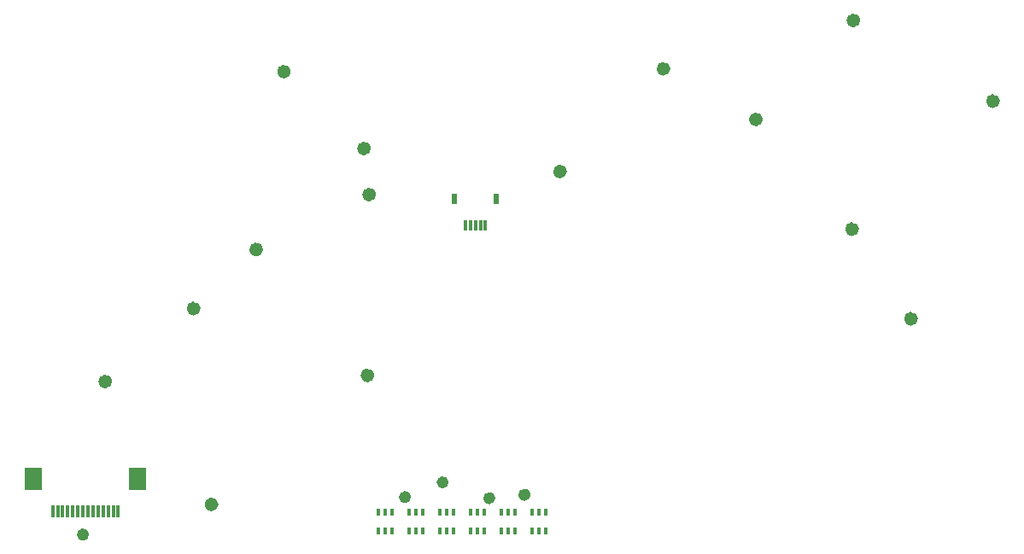
<source format=gbr>
G04 #@! TF.GenerationSoftware,KiCad,Pcbnew,7.0.2*
G04 #@! TF.CreationDate,2023-06-06T21:42:25-07:00*
G04 #@! TF.ProjectId,procon_gcc_button_board,70726f63-6f6e-45f6-9763-635f62757474,rev?*
G04 #@! TF.SameCoordinates,Original*
G04 #@! TF.FileFunction,Soldermask,Bot*
G04 #@! TF.FilePolarity,Negative*
%FSLAX46Y46*%
G04 Gerber Fmt 4.6, Leading zero omitted, Abs format (unit mm)*
G04 Created by KiCad (PCBNEW 7.0.2) date 2023-06-06 21:42:25*
%MOMM*%
%LPD*%
G01*
G04 APERTURE LIST*
%ADD10C,0.700000*%
%ADD11C,0.605553*%
%ADD12C,0.624110*%
%ADD13C,0.619523*%
%ADD14C,0.622015*%
%ADD15C,0.604760*%
%ADD16R,0.400000X0.650000*%
%ADD17R,0.600000X1.000000*%
%ADD18R,0.300000X1.000000*%
%ADD19R,0.300000X1.300000*%
%ADD20R,1.800000X2.200000*%
G04 APERTURE END LIST*
D10*
X106776000Y-150368000D02*
G75*
G03*
X106776000Y-150368000I-350000J0D01*
G01*
X171275472Y-124363857D02*
G75*
G03*
X171275472Y-124363857I-350000J0D01*
G01*
X162122602Y-119345941D02*
G75*
G03*
X162122602Y-119345941I-350000J0D01*
G01*
D11*
X136445997Y-161827128D02*
G75*
G03*
X136445997Y-161827128I-302776J0D01*
G01*
D12*
X104539318Y-165543989D02*
G75*
G03*
X104539318Y-165543989I-312055J0D01*
G01*
D10*
X186659000Y-144145000D02*
G75*
G03*
X186659000Y-144145000I-350000J0D01*
G01*
X180944000Y-114554000D02*
G75*
G03*
X180944000Y-114554000I-350000J0D01*
G01*
X132766626Y-149752890D02*
G75*
G03*
X132766626Y-149752890I-350000J0D01*
G01*
X117312153Y-162558516D02*
G75*
G03*
X117312153Y-162558516I-350000J0D01*
G01*
X180817000Y-135255000D02*
G75*
G03*
X180817000Y-135255000I-350000J0D01*
G01*
X132938000Y-131826000D02*
G75*
G03*
X132938000Y-131826000I-350000J0D01*
G01*
X151861000Y-129540000D02*
G75*
G03*
X151861000Y-129540000I-350000J0D01*
G01*
D13*
X144804207Y-161939791D02*
G75*
G03*
X144804207Y-161939791I-309761J0D01*
G01*
D14*
X148295839Y-161597812D02*
G75*
G03*
X148295839Y-161597812I-311007J0D01*
G01*
D10*
X115539000Y-143129000D02*
G75*
G03*
X115539000Y-143129000I-350000J0D01*
G01*
X121735967Y-137278859D02*
G75*
G03*
X121735967Y-137278859I-350000J0D01*
G01*
X194787000Y-122555000D02*
G75*
G03*
X194787000Y-122555000I-350000J0D01*
G01*
X124494738Y-119634000D02*
G75*
G03*
X124494738Y-119634000I-350000J0D01*
G01*
D15*
X140181971Y-160364528D02*
G75*
G03*
X140181971Y-160364528I-302380J0D01*
G01*
D10*
X132430000Y-127254000D02*
G75*
G03*
X132430000Y-127254000I-350000J0D01*
G01*
D16*
X147024720Y-165209612D03*
X146374720Y-165209612D03*
X145724720Y-165209612D03*
X145724720Y-163309612D03*
X146374720Y-163309612D03*
X147024720Y-163309612D03*
X137880720Y-165209612D03*
X137230720Y-165209612D03*
X136580720Y-165209612D03*
X136580720Y-163309612D03*
X137230720Y-163309612D03*
X137880720Y-163309612D03*
X140928720Y-165209612D03*
X140278720Y-165209612D03*
X139628720Y-165209612D03*
X139628720Y-163309612D03*
X140278720Y-163309612D03*
X140928720Y-163309612D03*
D17*
X141033000Y-132246000D03*
X145213000Y-132246000D03*
D18*
X142123000Y-134896000D03*
X142623000Y-134896000D03*
X143123000Y-134896000D03*
X143623000Y-134896000D03*
X144123000Y-134896000D03*
D16*
X134832720Y-165209612D03*
X134182720Y-165209612D03*
X133532720Y-165209612D03*
X133532720Y-163309612D03*
X134182720Y-163309612D03*
X134832720Y-163309612D03*
X143976720Y-165209612D03*
X143326720Y-165209612D03*
X142676720Y-165209612D03*
X142676720Y-163309612D03*
X143326720Y-163309612D03*
X143976720Y-163309612D03*
X150072720Y-165209612D03*
X149422720Y-165209612D03*
X148772720Y-165209612D03*
X148772720Y-163309612D03*
X149422720Y-163309612D03*
X150072720Y-163309612D03*
D19*
X101214720Y-163251644D03*
X101714720Y-163251644D03*
X102214720Y-163251644D03*
X102714720Y-163251644D03*
X103214720Y-163251644D03*
X103714720Y-163251644D03*
X104214720Y-163251644D03*
X104714720Y-163251644D03*
X105214720Y-163251644D03*
X105714720Y-163251644D03*
X106214720Y-163251644D03*
X106714720Y-163251644D03*
X107214720Y-163251644D03*
X107714720Y-163251644D03*
D20*
X99314720Y-160001644D03*
X109614720Y-160001644D03*
M02*

</source>
